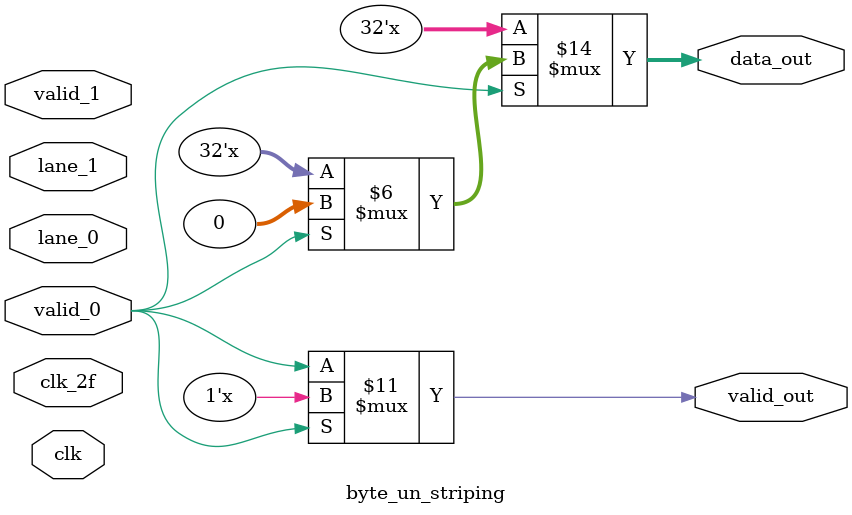
<source format=v>
/* ***********************************************************
                    Universidad de Costa Rica
                 Escuela de Ingenieria Electrica 
                             IE0523 
                    Circuitos Digitales 2

                           byte_un_striping.v

Autores: Alexa Carmona Buzo <alexa.carmona@ucr.ac.cr>
        Katharina Alfaro Solis <katharina.alfaro@ucr.ac.cr>
        Kevin Chen Wu 
        Raquel Corrales 
Fecha: 04/10/2021

Descripcion:
  Contiene el modulo de bit striping. Recibe senal de clk_2f, data_in, valid_in y 
  separa las senales en dos canales a una frecuencia mas baja. 

*********************************************************** */

module byte_un_striping (
                            input clk_2f,
                            input clk,
                            input valid_0,
                            input [31:0]lane_0,
                            input valid_1,
                            input [31:0]lane_1,
                            output reg [31:0]data_out,
                            output reg valid_out  );

   reg [1:0] counter = 2'b01;
	always @(posedge clk_2f ) begin
		counter <= counter +1;
	end

    always @(counter) begin
        if(valid_0) begin
        case (counter)
         2'b00 :  begin
             data_out  = lane_0;
             valid_out = valid_0;
         end
         

         2'b01 :  begin
             data_out  = lane_1;
             valid_out = valid_0;
         end
         
         2'b10 :  begin
             data_out  = lane_0;
             valid_out = valid_0;
         end
         
         2'b11 :  begin
             data_out  = lane_1;
             valid_out = valid_0;
         end
         
        default: data_out = 'h00000000; 
        endcase
        end
        else begin
            counter = 2'b01;
            valid_out = valid_0;
        end
        
    end  
endmodule
</source>
